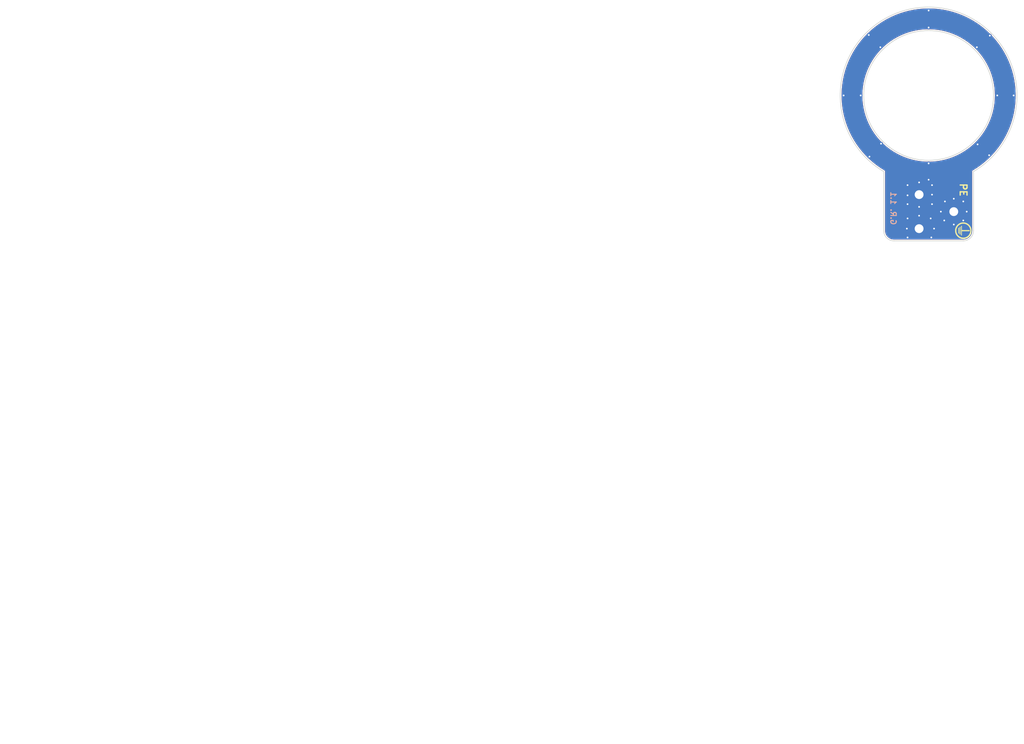
<source format=kicad_pcb>
(kicad_pcb (version 20211014) (generator pcbnew)
  (title_block (title "Grounding Ring") (date "2021-02-19") (rev "1.0") (company "Tinkerforge GmbH") (comment 1 "Licensed under CERN OHL v.1.1") (comment 2 "Copyright (©) 2020, T.Schneidermann <tim@tinkerforge.com>"))
  (layers (0 "F.Cu" signal) (31 "B.Cu" signal) (34 "B.Paste" user) (35 "F.Paste" user) (36 "B.SilkS" user "B.Silkscreen") (37 "F.SilkS" user "F.Silkscreen") (38 "B.Mask" user) (39 "F.Mask" user) (44 "Edge.Cuts" user))
  (net 0 "")
  (net 1 "GND")
  (footprint "kicad-libraries:36-4910" (layer "F.Cu") (at 148.6 117.1 90)
    (fp_text reference "P1")
    (fp_text value "CONN_1")
    (pad "1" thru_hole circle (at 2.505 0 90) (size 2.5 2.5) (drill 1.3) (layers *.Cu *.Mask) (net 1 "GND"))
    (pad "1" thru_hole circle (at -2.505 0 90) (size 2.5 2.5) (drill 1.3) (layers *.Cu *.Mask) (net 1 "GND"))
    (pad "1" thru_hole circle (at 0 5.1 90) (size 2.5 2.5) (drill 1.3) (layers *.Cu *.Mask) (net 1 "GND"))
  )
  (footprint "kicad-libraries:PE_Logo" (layer "F.Cu") (at 155.1 119.9 -90)
    (fp_text reference "G***")
    (fp_text value "LOGO" hide)
    (fp_poly (pts (xy 0.567022 0.528361) (xy -0.567022 0.528361) (xy -0.567022 0.412379) (xy 0.567022 0.412379)) (layer "F.SilkS") (width 0) (fill solid))
    (fp_poly (pts (xy 0.214519 -1.199493) (xy 0.373795 -1.159734) (xy 0.526502 -1.099163) (xy 0.670327 -1.018424) (xy 0.802955 -0.918162) (xy 0.922076 -0.799022) (xy 1.025374 -0.661649) (xy 1.062573 -0.60028) (xy 1.13744 -0.443468) (xy 1.188121 -0.281999) (xy 1.215271 -0.11808) (xy 1.219546 0.046083) (xy 1.201604 0.208285) (xy 1.162101 0.366319) (xy 1.101693 0.517981) (xy 1.021037 0.661063) (xy 0.920788 0.79336) (xy 0.801604 0.912666) (xy 0.664141 1.016775) (xy 0.563713 1.076095) (xy 0.460449 1.125989) (xy 0.361846 1.162111) (xy 0.260316 1.186317) (xy 0.148269 1.200464) (xy 0.032217 1.206129) (xy -0.078928 1.206734) (xy -0.166873 1.202959) (xy -0.23383 1.194696) (xy -0.24485 1.192506) (xy -0.416188 1.143029) (xy -0.576518 1.07104) (xy -0.723919 0.977979) (xy -0.856468 0.865291) (xy -0.972243 0.734417) (xy -1.069322 0.586799) (xy -1.081378 0.564754) (xy -1.150585 0.408896) (xy -1.19586 0.24788) (xy -1.217915 0.084105) (xy -1.217685 0.001523) (xy -1.027004 0.001523) (xy -1.015171 0.153295) (xy -0.980159 0.302821) (xy -0.921879 0.447701) (xy -0.840243 0.58554) (xy -0.791958 0.649452) (xy -0.700473 0.744484) (xy -0.589641 0.831119) (xy -0.465471 0.90559) (xy -0.33397 0.964129) (xy -0.24485 0.992537) (xy -0.163664 1.007412) (xy -0.066534 1.01477) (xy 0.037894 1.01482) (xy 0.140977 1.007769) (xy 0.234067 0.993825) (xy 0.289955 0.979665) (xy 0.444387 0.918107) (xy 0.583405 0.837172) (xy 0.705701 0.738607) (xy 0.809971 0.624161) (xy 0.894909 0.49558) (xy 0.959209 0.354612) (xy 1.001567 0.203006) (xy 1.020677 0.042509) (xy 1.021674 0) (xy 1.010107 -0.161614) (xy 0.974962 -0.315058) (xy 0.917636 -0.458532) (xy 0.839528 -0.590233) (xy 0.742034 -0.708358) (xy 0.626552 -0.811106) (xy 0.494479 -0.896674) (xy 0.347214 -0.963259) (xy 0.251294 -0.993578) (xy 0.133946 -1.015488) (xy 0.005734 -1.023036) (xy -0.123431 -1.016342) (xy -0.24364 -0.995528) (xy -0.274586 -0.987114) (xy -0.429975 -0.929377) (xy -0.567573 -0.853698) (xy -0.688977 -0.75912) (xy -0.741607 -0.707113) (xy -0.844331 -0.580075) (xy -0.924322 -0.443295) (xy -0.981491 -0.29917) (xy -1.015748 -0.150098) (xy -1.027004 0.001523) (xy -1.217685 0.001523) (xy -1.217458 -0.080031) (xy -1.195201 -0.242128) (xy -1.151852 -0.399789) (xy -1.088123 -0.550615) (xy -1.004722 -0.692206) (xy -0.90236 -0.822164) (xy -0.781748 -0.93809) (xy -0.643594 -1.037585) (xy -0.599436 -1.063534) (xy -0.442013 -1.137509) (xy -0.279592 -1.187447) (xy -0.114488 -1.213994) (xy 0.050987 -1.217795)) (layer "F.SilkS") (width 0) (fill solid))
    (fp_poly (pts (xy 0.090208 0.20619) (xy 0.708778 0.20619) (xy 0.708778 0.322171) (xy -0.708777 0.322171) (xy -0.708777 0.20619) (xy -0.090208 0.20619) (xy -0.090208 -0.940741) (xy 0.090208 -0.940741)) (layer "F.SilkS") (width 0) (fill solid))
    (fp_poly (pts (xy 0.425267 0.734551) (xy -0.425266 0.734551) (xy -0.425266 0.612126) (xy 0.425267 0.612126)) (layer "F.SilkS") (width 0) (fill solid))
  )
  (gr_arc (start 143.4 111.2) (mid 150 87) (end 156.6 111.2) (layer "Edge.Cuts") (width 0.1))
  (gr_line (start 156.6 119.9) (end 156.6 111.2) (layer "Edge.Cuts") (width 0.1))
  (gr_line (start 155.1 121.4) (end 144.9 121.4) (layer "Edge.Cuts") (width 0.1))
  (gr_arc (start 144.9 121.4) (mid 143.83934 120.96066) (end 143.4 119.9) (layer "Edge.Cuts") (width 0.1))
  (gr_line (start 143.4 119.9) (end 143.4 111.2) (layer "Edge.Cuts") (width 0.1))
  (gr_arc (start 156.6 119.9) (mid 156.16066 120.96066) (end 155.1 121.4) (layer "Edge.Cuts") (width 0.1))
  (gr_circle (center 150 100) (end 159.55 100) (layer "Edge.Cuts") (width 0.1) (fill none))
  (gr_text "G.R. 1.1" (at 144.8 116.6 270) (layer "B.SilkS") (effects (font (size 0.8 0.8)) (justify mirror)))
  (gr_text "PE" (at 155.1 113.9 270) (layer "F.SilkS") (effects (font (size 1 1) (thickness 0.2))))
  (via (at 158.9 108.8) (size 0.55) (drill 0.25) (layers "F.Cu" "B.Cu") (net 1))
  (via (at 141.3 109) (size 0.55) (drill 0.25) (layers "F.Cu" "B.Cu") (net 1))
  (via (at 155.6 117.1) (size 0.55) (drill 0.25) (layers "F.Cu" "B.Cu") (net 1))
  (via (at 146.9 118.1) (size 0.55) (drill 0.25) (layers "F.Cu" "B.Cu") (net 1))
  (via (at 150 87.5) (size 0.55) (drill 0.25) (layers "F.Cu" "B.Cu") (net 1))
  (via (at 150.4 120.9) (size 0.55) (drill 0.25) (layers "F.Cu" "B.Cu") (net 1))
  (via (at 157.2 107.2) (size 0.55) (drill 0.25) (layers "F.Cu" "B.Cu") (net 1))
  (via (at 155.1 118.4) (size 0.55) (drill 0.25) (layers "F.Cu" "B.Cu") (net 1))
  (via (at 146.8 119.6) (size 0.55) (drill 0.25) (layers "F.Cu" "B.Cu") (net 1))
  (via (at 146.9 113.2) (size 0.55) (drill 0.25) (layers "F.Cu" "B.Cu") (net 1))
  (via (at 150 90) (size 0.55) (drill 0.25) (layers "F.Cu" "B.Cu") (net 1))
  (via (at 160.1 100) (size 0.55) (drill 0.25) (layers "F.Cu" "B.Cu") (net 1))
  (via (at 152.3 118.4) (size 0.55) (drill 0.25) (layers "F.Cu" "B.Cu") (net 1))
  (via (at 146.9 114.7) (size 0.55) (drill 0.25) (layers "F.Cu" "B.Cu") (net 1))
  (via (at 140 100) (size 0.55) (drill 0.25) (layers "F.Cu" "B.Cu") (net 1))
  (via (at 162.5 100) (size 0.55) (drill 0.25) (layers "F.Cu" "B.Cu") (net 1))
  (via (at 157.1 92.9) (size 0.55) (drill 0.25) (layers "F.Cu" "B.Cu") (net 1))
  (via (at 148.6 116.4) (size 0.55) (drill 0.25) (layers "F.Cu" "B.Cu") (net 1))
  (via (at 150.5 114.6) (size 0.55) (drill 0.25) (layers "F.Cu" "B.Cu") (net 1))
  (via (at 148.6 117.7) (size 0.55) (drill 0.25) (layers "F.Cu" "B.Cu") (net 1))
  (via (at 142.9 92.9) (size 0.55) (drill 0.25) (layers "F.Cu" "B.Cu") (net 1))
  (via (at 150.5 116) (size 0.55) (drill 0.25) (layers "F.Cu" "B.Cu") (net 1))
  (via (at 141.2 91.1) (size 0.55) (drill 0.25) (layers "F.Cu" "B.Cu") (net 1))
  (via (at 152.4 115.6) (size 0.55) (drill 0.25) (layers "F.Cu" "B.Cu") (net 1))
  (via (at 150 112.4) (size 0.55) (drill 0.25) (layers "F.Cu" "B.Cu") (net 1))
  (via (at 151.8 117.1) (size 0.55) (drill 0.25) (layers "F.Cu" "B.Cu") (net 1))
  (via (at 153.7 119) (size 0.55) (drill 0.25) (layers "F.Cu" "B.Cu") (net 1))
  (via (at 150 110) (size 0.55) (drill 0.25) (layers "F.Cu" "B.Cu") (net 1))
  (via (at 146.9 120.9) (size 0.55) (drill 0.25) (layers "F.Cu" "B.Cu") (net 1))
  (via (at 150.5 113.2) (size 0.55) (drill 0.25) (layers "F.Cu" "B.Cu") (net 1))
  (via (at 159 91.2) (size 0.55) (drill 0.25) (layers "F.Cu" "B.Cu") (net 1))
  (via (at 143 107.1) (size 0.55) (drill 0.25) (layers "F.Cu" "B.Cu") (net 1))
  (via (at 153.7 115.2) (size 0.55) (drill 0.25) (layers "F.Cu" "B.Cu") (net 1))
  (via (at 137.5 100) (size 0.55) (drill 0.25) (layers "F.Cu" "B.Cu") (net 1))
  (via (at 148.6 112.8) (size 0.55) (drill 0.25) (layers "F.Cu" "B.Cu") (net 1))
  (via (at 155.1 115.6) (size 0.55) (drill 0.25) (layers "F.Cu" "B.Cu") (net 1))
  (via (at 150.3 118.1) (size 0.55) (drill 0.25) (layers "F.Cu" "B.Cu") (net 1))
  (via (at 146.9 116) (size 0.55) (drill 0.25) (layers "F.Cu" "B.Cu") (net 1))
  (via (at 150.8 119.6) (size 0.55) (drill 0.25) (layers "F.Cu" "B.Cu") (net 1))
  (zone (net 1) (net_name "GND") (layer "F.Cu") (connect_pads yes (clearance 0.2)) (min_thickness 0.254) (fill yes (thermal_gap 0.508) (thermal_bridge_width 0.508))
    (polygon (pts (xy 164 125) (xy 136 125) (xy 136 86) (xy 164 86)))
  )
  (zone (net 1) (net_name "GND") (layer "B.Cu") (connect_pads yes (clearance 0.2)) (min_thickness 0.254) (fill yes (thermal_gap 0.508) (thermal_bridge_width 0.508))
    (polygon (pts (xy 164 125) (xy 136 125) (xy 136 86) (xy 164 86)))
  )
)
</source>
